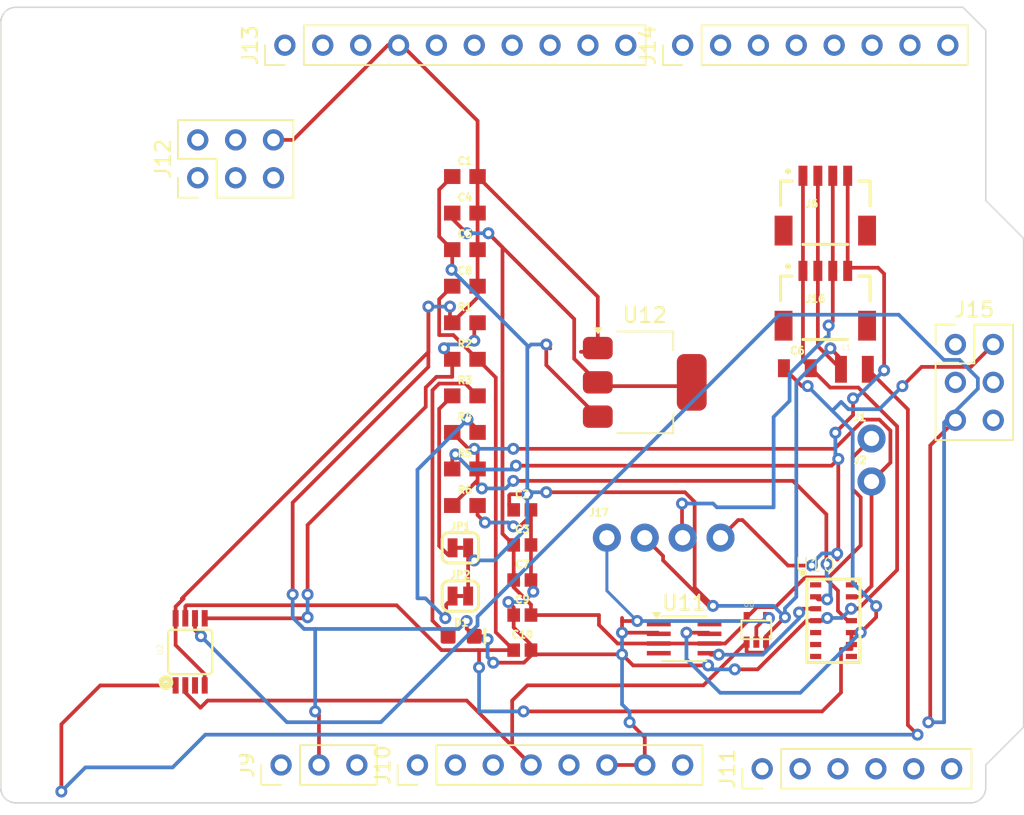
<source format=kicad_pcb>
(kicad_pcb (version 20240108) (generator "pcbnew") (generator_version "8.0")
  (title_block (title "Arduino UNO R4 Shield Template PCB") (date "2023-07-13") (rev "1.0") (company "MStackoverflow"))
  (layers (0 "F.Cu" signal) (31 "B.Cu" signal) (34 "B.Paste" user) (35 "F.Paste" user) (36 "B.SilkS" user "B.Silkscreen") (37 "F.SilkS" user "F.Silkscreen") (38 "B.Mask" user) (39 "F.Mask" user) (44 "Edge.Cuts" user))
  (net 0 "")
  (net 13 "3.3V")
  (net 14 "GND")
  (net 15 "1.8V")
  (net 16 "5V")
  (net 17 "Net-(D1-PadA)")
  (net 18 "Net-(JP1-Pad1)")
  (net 19 "Net-(JP2-Pad1)")
  (net 20 "Net-(U9-LX)")
  (net 21 "Net-(U9-FB)")
  (net 28 "LV_INT")
  (net 29 "MC_SDA")
  (net 43 "Net-(U7-RESET)")
  (net 44 "/SDA")
  (net 45 "MC_SCL")
  (footprint "SparkFun_MAX30101_Qwiic:0402" (layer "F.Cu") (at 141.6504 106.7888)
    (property "Reference" "C9")
    (property "Value" "0.1uF")
  )
  (footprint "SparkFun_MAX30101_Qwiic:0603" (layer "F.Cu") (at 137.8004 84.7388)
    (property "Reference" "C8")
    (property "Value" "10uF")
  )
  (footprint "Package_SO:SSOP-8_2.95x2.8mm_P0.65mm" (layer "F.Cu") (at 152.5 108.371)
    (property "Reference" "U11")
    (property "Value" "TXS0102DCT")
  )
  (footprint "SparkFun_MAX30101_Qwiic:0402" (layer "F.Cu") (at 141.6504 99.7364)
    (property "Reference" "C2")
    (property "Value" "0.1uF")
  )
  (footprint "SparkFun_MAX30101_Qwiic:JST04_1MM_RA" (layer "F.Cu") (at 161.965 77.336)
    (property "Reference" "J6")
    (property "Value" "PTH")
  )
  (footprint "Shield:Arduino_MountingHole" (layer "F.Cu") (at 120.65 68.58)
    (property "Reference" "H1" (hide yes))
    (property "Value" "MountingHole_Arduino" (hide yes))
  )
  (footprint "Shield:Arduino_PinSocket_1x08_P2.54mm_Vertical" (layer "F.Cu") (at 134.62 116.84 90)
    (property "Reference" "J10")
    (property "Value" "Analog1")
  )
  (footprint "SparkFun_MAX30101_Qwiic:0603" (layer "F.Cu") (at 137.8004 92.0912)
    (property "Reference" "R3")
    (property "Value" "1k")
  )
  (footprint "Shield:Arduino_MountingHole" (layer "F.Cu") (at 121.158 116.84)
    (property "Reference" "H4" (hide yes))
    (property "Value" "MountingHole_Arduino" (hide yes))
  )
  (footprint "SparkFun_MAX30101_Qwiic:MSOP8" (layer "F.Cu") (at 119.38 109.256)
    (property "Reference" "U2")
    (property "Value" "PAM2306AYPAA")
  )
  (footprint "SparkFun_MAX30101_Qwiic:0603" (layer "F.Cu") (at 137.8004 79.8372)
    (property "Reference" "C4")
    (property "Value" "10uF")
  )
  (footprint "Shield:Arduino_PinSocket_1x08_P2.54mm_Vertical" (layer "F.Cu") (at 152.4 68.58 90)
    (property "Reference" "J14")
    (property "Value" "Digital2")
  )
  (footprint "Shield:Arduino_MountingHole" (layer "F.Cu") (at 172.466 83.312)
    (property "Reference" "H2" (hide yes))
    (property "Value" "MountingHole_Arduino" (hide yes))
  )
  (footprint "SparkFun_MAX30101_Qwiic:0603" (layer "F.Cu") (at 137.8004 77.3864)
    (property "Reference" "C1")
    (property "Value" "10uF")
  )
  (footprint "SparkFun_MAX30101_Qwiic:0603" (layer "F.Cu") (at 137.8004 99.4436)
    (property "Reference" "R6")
    (property "Value" "1.8k")
  )
  (footprint "Shield:Arduino_PinSocket_1x03_P2.54mm_Vertical" (layer "F.Cu") (at 125.476 116.84 90)
    (property "Reference" "J9")
    (property "Value" "OFF")
  )
  (footprint "SparkFun_MAX30101_Qwiic:0806" (layer "F.Cu") (at 163.915 90.311)
    (property "Reference" "L1")
    (property "Value" "2.2μH")
  )
  (footprint "Shield:Arduino_PinSocket_1x06_P2.54mm_Vertical" (layer "F.Cu") (at 157.734 117.094 90)
    (property "Reference" "J11")
    (property "Value" "Analog2")
  )
  (footprint "SparkFun_MAX30101_Qwiic:1X01_NO_SILK" (layer "F.Cu") (at 165.0648 97.8304)
    (property "Reference" "J2")
    (property "Value" "CONN_01PTH")
  )
  (footprint "SparkFun_MAX30101_Qwiic:SMT-JUMPER_2_NC_TRACE_SILK" (layer "F.Cu") (at 137.4958 105.5138)
    (property "Reference" "JP2")
    (property "Value" "INT")
  )
  (footprint "SparkFun_MAX30101_Qwiic:0402" (layer "F.Cu") (at 141.6504 102.0872)
    (property "Reference" "C3")
    (property "Value" "0.1uF")
  )
  (footprint "SparkFun_MAX30101_Qwiic:LED-0603" (layer "F.Cu") (at 137.552 108.20885)
    (property "Reference" "D1")
    (property "Value" "RED")
  )
  (footprint "SparkFun_MAX30101_Qwiic:SC70" (layer "F.Cu") (at 157.3385 107.781)
    (property "Reference" "U8")
    (property "Value" "1.8V/100mA")
  )
  (footprint "SparkFun_MAX30101_Qwiic:0603" (layer "F.Cu") (at 137.8004 87.1896)
    (property "Reference" "R1")
    (property "Value" "100k")
  )
  (footprint "SparkFun_MAX30101_Qwiic:0402" (layer "F.Cu") (at 141.6504 104.438)
    (property "Reference" "C7")
    (property "Value" "0.1uF")
  )
  (footprint "SparkFun_MAX30101_Qwiic:1X04_NO_SILK" (layer "F.Cu") (at 147.32 101.6)
    (property "Reference" "J17")
    (property "Value" "PTH")
  )
  (footprint "SparkFun_MAX30101_Qwiic:SMT-JUMPER_2_NC_TRACE_SILK" (layer "F.Cu") (at 137.4958 102.2786)
    (property "Reference" "JP1")
    (property "Value" "LED")
  )
  (footprint "SparkFun_MAX30101_Qwiic:14_PIN_OESIP" (layer "F.Cu") (at 162.50954 107.172809)
    (property "Reference" "U10")
    (property "Value" "MAX30102")
  )
  (footprint "SparkFun_MAX30101_Qwiic:0603" (layer "F.Cu") (at 137.8004 82.288)
    (property "Reference" "C5")
    (property "Value" "10uF")
  )
  (footprint "SparkFun_MAX30101_Qwiic:JST04_1MM_RA" (layer "F.Cu") (at 161.965 83.7126)
    (property "Reference" "J16")
    (property "Value" "QWIIC_RA")
  )
  (footprint "Shield:Arduino_PinSocket_2x03_P2.54mm_Vertical" (layer "F.Cu") (at 119.888 77.47 90)
    (property "Reference" "J12")
    (property "Value" "ESP32")
  )
  (footprint "SparkFun_MAX30101_Qwiic:0603" (layer "F.Cu") (at 137.8004 96.9928)
    (property "Reference" "R5")
    (property "Value" "3.2k")
  )
  (footprint "SparkFun_MAX30101_Qwiic:0805" (layer "F.Cu") (at 160.0904 90.2364)
    (property "Reference" "C6")
    (property "Value" "22uF")
  )
  (footprint "SparkFun_MAX30101_Qwiic:0603" (layer "F.Cu") (at 137.8004 94.542)
    (property "Reference" "R4")
    (property "Value" "4.7k")
  )
  (footprint "Shield:Arduino_MountingHole" (layer "F.Cu") (at 172.72 112.522)
    (property "Reference" "H3" (hide yes))
    (property "Value" "MountingHole_Arduino" (hide yes))
  )
  (footprint "Package_TO_SOT_SMD:SOT-223-3_TabPin2" (layer "F.Cu") (at 149.86 91.186)
    (property "Reference" "U12")
    (property "Value" "LD1117S18TR_SOT223")
  )
  (footprint "SparkFun_MAX30101_Qwiic:1X01_NO_SILK" (layer "F.Cu") (at 165.0648 94.9508)
    (property "Reference" "J1")
    (property "Value" "CONN_01PTH")
  )
  (footprint "Shield:Arduino_PinSocket_2x03_P2.54mm_Vertical" (layer "F.Cu") (at 170.688 88.646)
    (property "Reference" "J15")
    (property "Value" "ICSP")
  )
  (footprint "SparkFun_MAX30101_Qwiic:0402" (layer "F.Cu") (at 141.6504 109.1396)
    (property "Reference" "C10")
    (property "Value" "0.1uF")
  )
  (footprint "SparkFun_MAX30101_Qwiic:0603" (layer "F.Cu") (at 137.8004 89.6404)
    (property "Reference" "R2")
    (property "Value" "750K")
  )
  (footprint "Shield:Arduino_PinSocket_1x10_P2.54mm_Vertical" (layer "F.Cu") (at 125.73 68.58 90)
    (property "Reference" "J13")
    (property "Value" "Digital1")
  )
  (gr_line (start 171.196 66.04) (end 172.72 67.564) (stroke (width 0.1)) (layer "Edge.Cuts"))
  (gr_arc (start 107.696 119.38) (mid 106.97758 119.08242) (end 106.68 118.364) (stroke (width 0.1)) (layer "Edge.Cuts"))
  (gr_line (start 172.72 78.994) (end 175.26 81.534) (stroke (width 0.1)) (layer "Edge.Cuts"))
  (gr_arc (start 172.72 118.364) (mid 172.42242 119.08242) (end 171.704 119.38) (stroke (width 0.1)) (layer "Edge.Cuts"))
  (gr_line (start 175.26 81.534) (end 175.26 114.3) (stroke (width 0.1)) (layer "Edge.Cuts"))
  (gr_line (start 171.704 119.38) (end 107.696 119.38) (stroke (width 0.1)) (layer "Edge.Cuts"))
  (gr_line (start 175.26 114.3) (end 172.72 116.84) (stroke (width 0.1)) (layer "Edge.Cuts"))
  (gr_line (start 172.72 67.564) (end 172.72 78.994) (stroke (width 0.1)) (layer "Edge.Cuts"))
  (gr_arc (start 106.68 67.056) (mid 106.97758 66.33758) (end 107.696 66.04) (stroke (width 0.1)) (layer "Edge.Cuts"))
  (gr_line (start 172.72 116.84) (end 172.72 118.364) (stroke (width 0.1)) (layer "Edge.Cuts"))
  (gr_line (start 107.696 66.04) (end 171.196 66.04) (stroke (width 0.1)) (layer "Edge.Cuts"))
  (gr_line (start 106.68 118.364) (end 106.68 67.056) (stroke (width 0.1)) (layer "Edge.Cuts"))
  (segment (start 140.97 112.522) (end 141.992 111.5) (width 0.25) (layer "F.Cu") (net 13))
  (segment (start 120.071 113) (end 120.549 112.522) (width 0.25) (layer "F.Cu") (net 13))
  (segment (start 141.984029 98.686398) (end 140.835602 98.686398) (width 0.25) (layer "F.Cu") (net 13))
  (segment (start 153.2048 99.2048) (end 153.2048 104.9448) (width 0.25) (layer "F.Cu") (net 13))
  (segment (start 136.0754 78.2614) (end 136.0754 81.413) (width 0.25) (layer "F.Cu") (net 13))
  (segment (start 157.9135 109.306) (end 157.9885 109.231) (width 0.25) (layer "F.Cu") (net 13))
  (segment (start 138.0165 102.7105) (end 138.43 103.124) (width 0.25) (layer "F.Cu") (net 13))
  (segment (start 138.0165 102.2786) (end 138.0165 102.7105) (width 0.25) (layer "F.Cu") (net 13))
  (segment (start 154.138 106.172) (end 154.432 106.172) (width 0.25) (layer "F.Cu") (net 13))
  (segment (start 163.015 90.311) (end 163.015 89.609) (width 0.25) (layer "F.Cu") (net 13))
  (segment (start 153.2048 104.9448) (end 154.432 106.172) (width 0.25) (layer "F.Cu") (net 13))
  (segment (start 140.7704 98.7516) (end 140.7704 99.4364) (width 0.25) (layer "F.Cu") (net 13))
  (segment (start 156.7635 109.306) (end 157.9135 109.306) (width 0.25) (layer "F.Cu") (net 13))
  (segment (start 161.465 88.761) (end 161.465 83.7126) (width 0.25) (layer "F.Cu") (net 13))
  (segment (start 140.835602 98.686398) (end 140.7704 98.7516) (width 0.25) (layer "F.Cu") (net 13))
  (segment (start 140.97 115.57) (end 140.97 112.522) (width 0.25) (layer "F.Cu") (net 13))
  (segment (start 151.0872 103.1212) (end 154.138 106.172) (width 0.25) (layer "F.Cu") (net 13))
  (segment (start 140.7704 99.4364) (end 141.0704 99.7364) (width 0.25) (layer "F.Cu") (net 13))
  (segment (start 156.6885 108.606) (end 156.6885 109.231) (width 0.25) (layer "F.Cu") (net 13))
  (segment (start 157.9885 108.2035) (end 159.258 106.934) (width 0.25) (layer "F.Cu") (net 13))
  (segment (start 143.256 98.552) (end 152.552 98.552) (width 0.25) (layer "F.Cu") (net 13))
  (segment (start 120.549 112.522) (end 137.922 112.522) (width 0.25) (layer "F.Cu") (net 13))
  (segment (start 157.9885 108.606) (end 157.9885 108.2035) (width 0.25) (layer "F.Cu") (net 13))
  (segment (start 153.7945 111.5) (end 156.6885 108.606) (width 0.25) (layer "F.Cu") (net 13))
  (segment (start 151.0872 102.8272) (end 149.86 101.6) (width 0.25) (layer "F.Cu") (net 13))
  (segment (start 136.9504 77.3864) (end 136.0754 78.2614) (width 0.25) (layer "F.Cu") (net 13))
  (segment (start 161.465 83.7126) (end 161.465 77.336) (width 0.25) (layer "F.Cu") (net 13))
  (segment (start 163.015 89.609) (end 162.306 88.9) (width 0.25) (layer "F.Cu") (net 13))
  (segment (start 143.524 88.914) (end 143.256 88.646) (width 0.25) (layer "F.Cu") (net 13))
  (segment (start 163.015 90.311) (end 161.465 88.761) (width 0.25) (layer "F.Cu") (net 13))
  (segment (start 136.9504 83.594398) (end 136.906 83.638798) (width 0.25) (layer "F.Cu") (net 13))
  (segment (start 146.71 93.486) (end 143.256 90.032) (width 0.25) (layer "F.Cu") (net 13))
  (segment (start 151.0872 103.1212) (end 151.0872 102.8272) (width 0.25) (layer "F.Cu") (net 13))
  (segment (start 137.922 112.522) (end 142.24 116.84) (width 0.25) (layer "F.Cu") (net 13))
  (segment (start 136.9504 82.288) (end 136.9504 83.594398) (width 0.25) (layer "F.Cu") (net 13))
  (segment (start 142.24 116.84) (end 140.97 115.57) (width 0.25) (layer "F.Cu") (net 13))
  (segment (start 156.6885 109.231) (end 156.7635 109.306) (width 0.25) (layer "F.Cu") (net 13))
  (segment (start 143.256 90.032) (end 143.256 88.646) (width 0.25) (layer "F.Cu") (net 13))
  (segment (start 157.9885 109.231) (end 157.9885 108.606) (width 0.25) (layer "F.Cu") (net 13))
  (segment (start 152.552 98.552) (end 153.2048 99.2048) (width 0.25) (layer "F.Cu") (net 13))
  (segment (start 138.0165 102.2786) (end 138.0165 105.5138) (width 0.25) (layer "F.Cu") (net 13))
  (segment (start 141.992 111.5) (end 153.7945 111.5) (width 0.25) (layer "F.Cu") (net 13))
  (segment (start 136.0754 81.413) (end 136.9504 82.288) (width 0.25) (layer "F.Cu") (net 13))
  (segment (start 119.055 111.984) (end 120.071 113) (width 0.25) (layer "F.Cu") (net 13))
  (via (at 136.906 83.638798) (size 0.8) (drill 0.4) (layers "F.Cu" "B.Cu") (net 13))
  (via (at 143.256 98.552) (size 0.8) (drill 0.4) (layers "F.Cu" "B.Cu") (net 13))
  (via (at 162.306 88.9) (size 0.8) (drill 0.4) (layers "F.Cu" "B.Cu") (net 13))
  (via (at 159.258 106.934) (size 0.8) (drill 0.4) (layers "F.Cu" "B.Cu") (net 13))
  (via (at 141.984029 98.686398) (size 0.8) (drill 0.4) (layers "F.Cu" "B.Cu") (net 13))
  (via (at 154.432 106.172) (size 0.8) (drill 0.4) (layers "F.Cu" "B.Cu") (net 13))
  (via (at 138.43 103.124) (size 0.8) (drill 0.4) (layers "F.Cu" "B.Cu") (net 13))
  (via (at 143.256 88.646) (size 0.8) (drill 0.4) (layers "F.Cu" "B.Cu") (net 13))
  (segment (start 142.118427 98.552) (end 141.984029 98.686398) (width 0.25) (layer "B.Cu") (net 13))
  (segment (start 143.256 88.646) (end 142.238029 88.646) (width 0.25) (layer "B.Cu") (net 13))
  (segment (start 159.258 106.33339) (end 159.258 106.934) (width 0.25) (layer "B.Cu") (net 13))
  (segment (start 136.906 83.638798) (end 141.984029 88.716827) (width 0.25) (layer "B.Cu") (net 13))
  (segment (start 143.256 98.552) (end 142.118427 98.552) (width 0.25) (layer "B.Cu") (net 13))
  (segment (start 141.984029 88.716827) (end 141.984029 88.9) (width 0.25) (layer "B.Cu") (net 13))
  (segment (start 160.02 105.57139) (end 159.258 106.33339) (width 0.25) (layer "B.Cu") (net 13))
  (segment (start 141.984029 100.924676) (end 141.984029 98.686398) (width 0.25) (layer "B.Cu") (net 13))
  (segment (start 162.306 88.9) (end 162.293097 88.9) (width 0.25) (layer "B.Cu") (net 13))
  (segment (start 141.984029 88.9) (end 141.984029 98.686398) (width 0.25) (layer "B.Cu") (net 13))
  (segment (start 139.784705 103.124) (end 141.984029 100.924676) (width 0.25) (layer "B.Cu") (net 13))
  (segment (start 158.496 106.172) (end 154.432 106.172) (width 0.25) (layer "B.Cu") (net 13))
  (segment (start 160.02 91.173097) (end 160.02 105.57139) (width 0.25) (layer "B.Cu") (net 13))
  (segment (start 142.238029 88.646) (end 141.984029 88.9) (width 0.25) (layer "B.Cu") (net 13))
  (segment (start 138.43 103.124) (end 139.784705 103.124) (width 0.25) (layer "B.Cu") (net 13))
  (segment (start 162.293097 88.9) (end 160.02 91.173097) (width 0.25) (layer "B.Cu") (net 13))
  (segment (start 159.258 106.934) (end 158.496 106.172) (width 0.25) (layer "B.Cu") (net 13))
  (segment (start 146.608 89.14) (end 145.578 89.14) (width 0.25) (layer "F.Cu") (net 14))
  (segment (start 146.71 88.886) (end 146.71 85.446) (width 0.25) (layer "F.Cu") (net 14))
  (segment (start 157.429097 110.426903) (end 155.892903 110.426903) (width 0.25) (layer "F.Cu") (net 14))
  (segment (start 118.405 107.006) (end 118.405 106.219604) (width 0.25) (layer "F.Cu") (net 14))
  (segment (start 160.465 89.711) (end 160.465 83.7126) (width 0.25) (layer "F.Cu") (net 14))
  (segment (start 154.105597 110.163597) (end 149.078597 110.163597) (width 0.25) (layer "F.Cu") (net 14))
  (segment (start 150.725 107.971) (end 150.8 108.046) (width 0.25) (layer "F.Cu") (net 14))
  (segment (start 142.2304 109.5046) (end 142.2304 109.1396) (width 0.25) (layer "F.Cu") (net 14))
  (segment (start 138.6504 73.6504) (end 138.6504 77.3864) (width 0.25) (layer "F.Cu") (net 14))
  (segment (start 138.6504 77.3864) (end 138.6504 79.8372) (width 0.25) (layer "F.Cu") (net 14))
  (segment (start 160.692 107.164) (end 157.429097 110.426903) (width 0.25) (layer "F.Cu") (net 14))
  (segment (start 141.0704 106.7888) (end 141.0704 107.6146) (width 0.25) (layer "F.Cu") (net 14))
  (segment (start 141.0454 100.838) (end 141.4938 100.838) (width 0.25) (layer "F.Cu") (net 14))
  (segment (start 118.405 106.219604) (end 118.943604 105.681) (width 0.25) (layer "F.Cu") (net 14))
  (segment (start 161.914561 107.164) (end 162.095523 106.983038) (width 0.25) (layer "F.Cu") (net 14))
  (segment (start 118.405 108.806) (end 120.355 110.756) (width 0.25) (layer "F.Cu") (net 14))
  (segment (start 149.86 116.84) (end 147.32 116.84) (width 0.25) (layer "F.Cu") (net 14))
  (segment (start 149.078597 110.163597) (end 148.336 109.421) (width 0.25) (layer "F.Cu") (net 14))
  (segment (start 141.0704 107.6146) (end 142.2304 108.7746) (width 0.25) (layer "F.Cu") (net 14))
  (segment (start 137.922 107.70185) (end 138.429 108.20885) (width 0.25) (layer "F.Cu") (net 14))
  (segment (start 161.317 107.164) (end 160.692 107.164) (width 0.25) (layer "F.Cu") (net 14))
  (segment (start 166.7796 94.1356) (end 164.18 91.536) (width 0.25) (layer "F.Cu") (net 14))
  (segment (start 142.2304 102.0872) (end 142.2304 104.438) (width 0.25) (layer "F.Cu") (net 14))
  (segment (start 138.6504 85.4896) (end 136.9504 87.1896) (width 0.25) (layer "F.Cu") (net 14))
  (segment (start 138.6504 100.089) (end 139.1454 100.584) (width 0.25) (layer "F.Cu") (net 14))
  (segment (start 135.3504 86.106) (end 135.3504 90.1496) (width 0.25) (layer "F.Cu") (net 14))
  (segment (start 124.968 74.93) (end 126.285 74.93) (width 0.25) (layer "F.Cu") (net 14))
  (segment (start 135.3504 90.1496) (end 126.253997 99.246003) (width 0.25) (layer "F.Cu") (net 14))
  (segment (start 166.7796 103.762795) (end 166.7796 94.1356) (width 0.25) (layer "F.Cu") (net 14))
  (segment (start 148.336 107.971) (end 148.336 107.188) (width 0.25) (layer "F.Cu") (net 14))
  (segment (start 142.2304 108.7746) (end 142.2304 109.1396) (width 0.25) (layer "F.Cu") (net 14))
  (segment (start 157.9885 106.956) (end 157.3385 107.606) (width 0.25) (layer "F.Cu") (net 14))
  (segment (start 136.8004 87.0396) (end 136.9504 87.1896) (width 0.25) (layer "F.Cu") (net 14))
  (segment (start 136.8004 86.106) (end 136.8004 87.0396) (width 0.25) (layer "F.Cu") (net 14))
  (segment (start 139.7 109.982) (end 141.753 109.982) (width 0.25) (layer "F.Cu") (net 14))
  (segment (start 128.016 113.501) (end 127.762 113.247) (width 0.25) (layer "F.Cu") (net 14))
  (segment (start 161.317 107.164) (end 161.914561 107.164) (width 0.25) (layer "F.Cu") (net 14))
  (segment (start 162.29 91.536) (end 160.9904 90.2364) (width 0.25) (layer "F.Cu") (net 14))
  (segment (start 138.429 108.20885) (end 139.116927 108.20885) (width 0.25) (layer "F.Cu") (net 14))
  (segment (start 142.2304 109.1396) (end 142.5118 109.421) (width 0.25) (layer "F.Cu") (net 14))
  (segment (start 163.691999 106.364) (end 164.178395 106.364) (width 0.25) (layer "F.Cu") (net 14))
  (segment (start 137.922 107.188) (end 137.922 107.70185) (width 0.25) (layer "F.Cu") (net 14))
  (segment (start 128.016 116.84) (end 128.016 113.501) (width 0.25) (layer "F.Cu") (net 14))
  (segment (start 118.405 107.006) (end 118.405 108.806) (width 0.25) (layer "F.Cu") (net 14))
  (segment (start 142.2304 105.063494) (end 142.385715 105.218809) (width 0.25) (layer "F.Cu") (net 14))
  (segment (start 138.6504 79.8372) (end 138.6504 82.288) (width 0.25) (layer "F.Cu") (net 14))
  (segment (start 142.2304 100.1014) (end 142.2304 99.7364) (width 0.25) (layer "F.Cu") (net 14))
  (segment (start 164.178395 106.364) (end 166.7796 103.762795) (width 0.25) (layer "F.Cu") (net 14))
  (segment (start 148.336 107.188) (end 148.336 106.9796) (width 0.25) (layer "F.Cu") (net 14))
  (segment (start 142.2304 102.0872) (end 142.2304 99.7364) (width 0.25) (layer "F.Cu") (net 14))
  (segment (start 133.58 68.58) (end 138.6504 73.6504) (width 0.25) (layer "F.Cu") (net 14))
  (segment (start 139.116927 108.20885) (end 139.322678 108.414601) (width 0.25) (layer "F.Cu") (net 14))
  (segment (start 142.5118 109.421) (end 148.336 109.421) (width 0.25) (layer "F.Cu") (net 14))
  (segment (start 138.6504 99.4436) (end 138.6504 100.089) (width 0.25) (layer "F.Cu") (net 14))
  (segment (start 126.285 74.93) (end 132.635 68.58) (width 0.25) (layer "F.Cu") (net 14))
  (segment (start 132.635 68.58) (end 133.35 68.58) (width 0.25) (layer "F.Cu") (net 14))
  (segment (start 133.35 68.58) (end 133.58 68.58) (width 0.25) (layer "F.Cu") (net 14))
  (segment (start 164.18 91.536) (end 162.29 91.536) (width 0.25) (layer "F.Cu") (net 14))
  (segment (start 149.352 107.188) (end 148.336 107.188) (width 0.25) (layer "F.Cu") (net 14))
  (segment (start 138.6504 82.288) (end 138.6504 84.7388) (width 0.25) (layer "F.Cu") (net 14))
  (segment (start 141.4938 100.838) (end 142.2304 100.1014) (width 0.25) (layer "F.Cu") (net 14))
  (segment (start 157.9885 106.956) (end 158.160697 106.956) (width 0.25) (layer "F.Cu") (net 14))
  (segment (start 135.3504 89.1496) (end 135.3504 86.106) (width 0.25) (layer "F.Cu") (net 14))
  (segment (start 148.336 107.971) (end 150.725 107.971) (width 0.25) (layer "F.Cu") (net 14))
  (segment (start 158.160697 106.956) (end 158.185696 106.980999) (width 0.25) (layer "F.Cu") (net 14))
  (segment (start 120.355 110.756) (end 120.355 111.506) (width 0.25) (layer "F.Cu") (net 14))
  (segment (start 141.753 109.982) (end 142.2304 109.5046) (width 0.25) (layer "F.Cu") (net 14))
  (segment (start 138.6504 84.7388) (end 138.6504 85.4896) (width 0.25) (layer "F.Cu") (net 14))
  (segment (start 163.691999 106.364) (end 163.716999 106.364) (width 0.25) (layer "F.Cu") (net 14))
  (segment (start 141.0704 106.7888) (end 141.0704 106.2724) (width 0.25) (layer "F.Cu") (net 14))
  (segment (start 126.253997 99.246003) (end 126.253997 105.406) (width 0.25) (layer "F.Cu") (net 14))
  (segment (start 157.3385 107.606) (end 157.3385 108.606) (width 0.25) (layer "F.Cu") (net 14))
  (segment (start 160.465 83.7126) (end 160.465 77.336) (width 0.25) (layer "F.Cu") (net 14))
  (segment (start 118.819 105.681) (end 135.3504 89.1496) (width 0.25) (layer "F.Cu") (net 14))
  (segment (start 149.86 116.84) (end 149.86 114.988) (width 0.25) (layer "F.Cu") (net 14))
  (segment (start 146.71 85.446) (end 138.6504 77.3864) (width 0.25) (layer "F.Cu") (net 14))
  (segment (start 149.86 114.988) (end 148.844 113.972) (width 0.25) (layer "F.Cu") (net 14))
  (segment (start 141.0704 106.2724) (end 140.716 105.918) (width 0.25) (layer "F.Cu") (net 14))
  (segment (start 142.2304 104.438) (end 142.2304 105.063494) (width 0.25) (layer "F.Cu") (net 14))
  (segment (start 160.9904 90.2364) (end 160.465 89.711) (width 0.25) (layer "F.Cu") (net 14))
  (via (at 127.762 113.247) (size 0.8) (drill 0.4) (layers "F.Cu" "B.Cu") (net 14))
  (via (at 126.253997 105.406) (size 0.8) (drill 0.4) (layers "F.Cu" "B.Cu") (net 14))
  (via (at 158.185696 106.980999) (size 0.8) (drill 0.4) (layers "F.Cu" "B.Cu") (net 14))
  (via (at 140.716 105.918) (size 0.8) (drill 0.4) (layers "F.Cu" "B.Cu") (net 14))
  (via (at 154.105597 110.163597) (size 0.8) (drill 0.4) (layers "F.Cu" "B.Cu") (net 14))
  (via (at 148.844 113.972) (size 0.8) (drill 0.4) (layers "F.Cu" "B.Cu") (net 14))
  (via (at 139.322678 108.414601) (size 0.8) (drill 0.4) (layers "F.Cu" "B.Cu") (net 14))
  (via (at 136.8004 86.106) (size 0.8) (drill 0.4) (layers "F.Cu" "B.Cu") (net 14))
  (via (at 141.0454 100.838) (size 0.8) (drill 0.4) (layers "F.Cu" "B.Cu") (net 14))
  (via (at 139.7 109.982) (size 0.8) (drill 0.4) (layers "F.Cu" "B.Cu") (net 14))
  (via (at 135.3504 86.106) (size 0.8) (drill 0.4) (layers "F.Cu" "B.Cu") (net 14))
  (via (at 148.336 109.421) (size 0.8) (drill 0.4) (layers "F.Cu" "B.Cu") (net 14))
  (via (at 142.385715 105.218809) (size 0.8) (drill 0.4) (layers "F.Cu" "B.Cu") (net 14))
  (via (at 163.691999 106.364) (size 0.8) (drill 0.4) (layers "F.Cu" "B.Cu") (net 14))
  (via (at 162.095523 106.983038) (size 0.8) (drill 0.4) (layers "F.Cu" "B.Cu") (net 14))
  (via (at 155.892903 110.426903) (size 0.8) (drill 0.4) (layers "F.Cu" "B.Cu") (net 14))
  (via (at 139.1454 100.584) (size 0.8) (drill 0.4) (layers "F.Cu" "B.Cu") (net 14))
  (via (at 149.352 107.188) (size 0.8) (drill 0.4) (layers "F.Cu" "B.Cu") (net 14))
  (via (at 137.922 107.188) (size 0.8) (drill 0.4) (layers "F.Cu" "B.Cu") (net 14))
  (via (at 148.336 107.971) (size 0.8) (drill 0.4) (layers "F.Cu" "B.Cu") (net 14))
  (segment (start 148.844 113.284) (end 148.336 112.776) (width 0.25) (layer "B.Cu") (net 14))
  (segment (start 158.185696 106.980999) (end 157.978695 107.188) (width 0.25) (layer "B.Cu") (net 14))
  (segment (start 163.072961 106.983038) (end 163.691999 106.364) (width 0.25) (layer "B.Cu") (net 14))
  (segment (start 154.368903 110.426903) (end 154.105597 110.163597) (width 0.25) (layer "B.Cu") (net 14))
  (segment (start 157.978695 107.188) (end 149.352 107.188) (width 0.25) (layer "B.Cu") (net 14))
  (segment (start 142.385715 105.264285) (end 142.385715 105.218809) (width 0.25) (layer "B.Cu") (net 14))
  (segment (start 140.716 105.918) (end 141.732 105.918) (width 0.25) (layer "B.Cu") (net 14))
  (segment (start 135.3504 86.106) (end 136.8004 86.106) (width 0.25) (layer "B.Cu") (net 14))
  (segment (start 127.762 107.720214) (end 137.389786 107.720214) (width 0.25) (layer "B.Cu") (net 14))
  (segment (start 148.336 112.776) (end 148.336 109.421) (width 0.25) (layer "B.Cu") (net 14))
  (segment (start 148.844 113.972) (end 148.844 113.284) (width 0.25) (layer "B.Cu") (net 14))
  (segment (start 162.095523 106.983038) (end 163.072961 106.983038) (width 0.25) (layer "B.Cu") (net 14))
  (segment (start 139.322678 109.604678) (end 139.7 109.982) (width 0.25) (layer "B.Cu") (net 14))
  (segment (start 140.97 100.838) (end 141.0454 100.838) (width 0.25) (layer "B.Cu") (net 14))
  (segment (start 127.014909 107.720214) (end 127.762 107.720214) (width 0.25) (layer "B.Cu") (net 14))
  (segment (start 148.336 109.421) (end 148.336 107.971) (width 0.25) (layer "B.Cu") (net 14))
  (segment (start 147.32 101.6) (end 147.32 105.156) (width 0.2) (layer "B.Cu") (net 14))
  (segment (start 126.253997 105.406) (end 126.253997 106.959302) (width 0.25) (layer "B.Cu") (net 14))
  (segment (start 127.762 113.247) (end 127.762 107.720214) (width 0.25) (layer "B.Cu") (net 14))
  (segment (start 139.1454 100.584) (end 140.716 100.584) (width 0.25) (layer "B.Cu") (net 14))
  (segment (start 137.389786 107.720214) (end 137.922 107.188) (width 0.25) (layer "B.Cu") (net 14))
  (segment (start 140.716 100.584) (end 140.97 100.838) (width 0.25) (layer "B.Cu") (net 14))
  (segment (start 126.253997 106.959302) (end 127.014909 107.720214) (width 0.25) (layer "B.Cu") (net 14))
  (segment (start 141.732 105.918) (end 142.385715 105.264285) (width 0.25) (layer "B.Cu") (net 14))
  (segment (start 139.322678 108.414601) (end 139.322678 109.604678) (width 0.25) (layer "B.Cu") (net 14))
  (segment (start 147.32 105.156) (end 149.352 107.188) (width 0.2) (layer "B.Cu") (net 14))
  (segment (start 155.892903 110.426903) (end 154.368903 110.426903) (width 0.25) (layer "B.Cu") (net 14))
  (segment (start 146.7888 107.449105) (end 148.035695 108.696) (width 0.25) (layer "F.Cu") (net 15))
  (segment (start 164.338 102.117305) (end 164.338 98.892298) (width 0.25) (layer "F.Cu") (net 15))
  (segment (start 164.338 98.892298) (end 163.8 98.354298) (width 0.25) (layer "F.Cu") (net 15))
  (segment (start 163.8 96.2156) (end 165.0648 94.9508) (width 0.25) (layer "F.Cu") (net 15))
  (segment (start 162.191305 104.264) (end 164.338 102.117305) (width 0.25) (layer "F.Cu") (net 15))
  (segment (start 154.2 108.696) (end 155.25 108.696) (width 0.25) (layer "F.Cu") (net 15))
  (segment (start 160.617 104.264) (end 161.922 104.264) (width 0.25) (layer "F.Cu") (net 15))
  (segment (start 141.0704 104.9288) (end 142.2304 106.0888) (width 0.25) (layer "F.Cu") (net 15))
  (segment (start 136.9504 79.8372) (end 136.9504 80.212998) (width 0.25) (layer "F.Cu") (net 15))
  (segment (start 156.6885 106.956) (end 157.3885 106.256) (width 0.25) (layer "F.Cu") (net 15))
  (segment (start 141.0704 102.0872) (end 141.0704 104.438) (width 0.25) (layer "F.Cu") (net 15))
  (segment (start 145.128 89.604) (end 146.71 91.186) (width 0.25) (layer "F.Cu") (net 15))
  (segment (start 148.035695 108.696) (end 150.8 108.696) (width 0.25) (layer "F.Cu") (net 15))
  (segment (start 162.814 106.511306) (end 162.814 105.156) (width 0.25) (layer "F.Cu") (net 15))
  (segment (start 145.128 86.940598) (end 139.3754 81.187998) (width 0.25) (layer "F.Cu") (net 15))
  (segment (start 163.716999 107.164) (end 163.466694 107.164) (width 0.25) (layer "F.Cu") (net 15))
  (segment (start 136.9504 80.212998) (end 137.9254 81.187998) (width 0.25) (layer "F.Cu") (net 15))
  (segment (start 161.922 104.264) (end 162.191305 104.264) (width 0.25) (layer "F.Cu") (net 15))
  (segment (start 156.6885 107.2575) (end 156.6885 106.956) (width 0.25) (layer "F.Cu") (net 15))
  (segment (start 140.3204 82.132998) (end 140.3204 86.614) (width 0.25) (layer "F.Cu") (net 15))
  (segment (start 163.8 98.354298) (end 163.8 96.2156) (width 0.25) (layer "F.Cu") (net 15))
  (segment (start 141.0704 104.438) (end 141.0704 104.9288) (width 0.25) (layer "F.Cu") (net 15))
  (segment (start 162.814 105.156) (end 161.922 104.264) (width 0.25) (layer "F.Cu") (net 15))
  (segment (start 158.625 106.256) (end 160.617 104.264) (width 0.25) (layer "F.Cu") (net 15))
  (segment (start 140.3204 101.3372) (end 141.0704 102.0872) (width 0.25) (layer "F.Cu") (net 15))
  (segment (start 158.625 106.256) (end 157.3885 106.256) (width 0.25) (layer "F.Cu") (net 15))
  (segment (start 150.8 108.696) (end 154.2 108.696) (width 0.25) (layer "F.Cu") (net 15))
  (segment (start 140.3204 86.614) (end 140.3204 101.3372) (width 0.25) (layer "F.Cu") (net 15))
  (segment (start 146.7888 106.7888) (end 146.7888 107.449105) (width 0.25) (layer "F.Cu") (net 15))
  (segment (start 142.2304 106.7888) (end 146.7888 106.7888) (width 0.25) (layer "F.Cu") (net 15))
  (segment (start 139.3754 81.187998) (end 140.3204 82.132998) (width 0.25) (layer "F.Cu") (net 15))
  (segment (start 155.25 108.696) (end 156.6885 107.2575) (width 0.25) (layer "F.Cu") (net 15))
  (segment (start 142.2304 106.0888) (end 142.2304 106.7888) (width 0.25) (layer "F.Cu") (net 15))
  (segment (start 146.608 91.44) (end 152.908 91.44) (width 0.25) (layer "F.Cu") (net 15))
  (segment (start 145.128 89.604) (end 145.128 86.940598) (width 0.25) (layer "F.Cu") (net 15))
  (segment (start 163.466694 107.164) (end 162.814 106.511306) (width 0.25) (layer "F.Cu") (net 15))
  (via (at 139.3754 81.187998) (size 0.8) (drill 0.4) (layers "F.Cu" "B.Cu") (net 15))
  (via (at 137.9254 81.187998) (size 0.8) (drill 0.4) (layers "F.Cu" "B.Cu") (net 15))
  (segment (start 139.192 81.28) (end 139.283398 81.28) (width 0.25) (layer "B.Cu") (net 15))
  (segment (start 137.9254 81.187998) (end 139.099998 81.187998) (width 0.25) (layer "B.Cu") (net 15))
  (segment (start 139.099998 81.187998) (end 139.192 81.28) (width 0.25) (layer "B.Cu") (net 15))
  (segment (start 139.283398 81.28) (end 139.3754 81.187998) (width 0.25) (layer "B.Cu") (net 15))
  (segment (start 119.13 106.131) (end 133.221242 106.131) (width 0.25) (layer "F.Cu") (net 16))
  (segment (start 163.716999 107.963999) (end 163.716999 109.063999) (width 0.25) (layer "F.Cu") (net 16))
  (segment (start 152.654 107.971) (end 154.125 107.971) (width 0.25) (layer "F.Cu") (net 16))
  (segment (start 163.016999 111.983001) (end 161.753 113.247) (width 0.25) (layer "F.Cu") (net 16))
  (segment (start 173.228 88.646) (end 171.724 90.15) (width 0.25) (layer "F.Cu") (net 16))
  (segment (start 138.684 109.1396) (end 141.0704 109.1396) (width 0.25) (layer "F.Cu") (net 16))
  (segment (start 160.782 91.436402) (end 160.390402 91.436402) (width 0.25) (layer "F.Cu") (net 16))
  (segment (start 119.055 107.006) (end 119.055 106.206) (width 0.25) (layer "F.Cu") (net 16))
  (segment (start 138.6504 89.6404) (end 139.8704 90.8604) (width 0.25) (layer "F.Cu") (net 16))
  (segment (start 165.37485 106.931148) (end 165.37485 106.192851) (width 0.25) (layer "F.Cu") (net 16))
  (segment (start 119.055 106.206) (end 119.13 106.131) (width 0.25) (layer "F.Cu") (net 16))
  (segment (start 171.724 90.15) (end 168.422 90.15) (width 0.25) (layer "F.Cu") (net 16))
  (segment (start 136.0754 85.6138) (end 136.0754 88.0146) (width 0.25) (layer "F.Cu") (net 16))
  (segment (start 168.422 90.15) (end 167.132 91.44) (width 0.25) (layer "F.Cu") (net 16))
  (segment (start 163.716999 107.963999) (end 163.716999 108.763999) (width 0.25) (layer "F.Cu") (net 16))
  (segment (start 138.751314 110.298228) (end 138.751314 109.206914) (width 0.25) (layer "F.Cu") (net 16))
  (segment (start 133.221242 106.131) (end 136.229842 109.1396) (width 0.25) (layer "F.Cu") (net 16))
  (segment (start 164.324001 107.963999) (end 164.338 107.95) (width 0.25) (layer "F.Cu") (net 16))
  (segment (start 138.751314 109.206914) (end 138.684 109.1396) (width 0.25) (layer "F.Cu") (net 16))
  (segment (start 160.390402 91.436402) (end 159.1904 90.2364) (width 0.25) (layer "F.Cu") (net 16))
  (segment (start 137.0246 88.0146) (end 138.6504 89.6404) (width 0.25) (layer "F.Cu") (net 16))
  (segment (start 163.716999 107.963999) (end 164.341999 107.963999) (width 0.25) (layer "F.Cu") (net 16))
  (segment (start 139.8704 107.9396) (end 141.0704 109.1396) (width 0.25) (layer "F.Cu") (net 16))
  (segment (start 139.8704 90.8604) (end 139.8704 107.9396) (width 0.25) (layer "F.Cu") (net 16))
  (segment (start 163.716999 107.963999) (end 164.324001 107.963999) (width 0.25) (layer "F.Cu") (net 16))
  (segment (start 154.125 107.971) (end 154.2 108.046) (width 0.25) (layer "F.Cu") (net 16))
  (segment (start 163.716999 109.063999) (end 163.016999 109.063999) (width 0.25) (layer "F.Cu") (net 16))
  (segment (start 136.9504 84.7388) (end 136.0754 85.6138) (width 0.25) (layer "F.Cu") (net 16))
  (segment (start 136.229842 109.1396) (end 138.684 109.1396) (width 0.25) (layer "F.Cu") (net 16))
  (segment (start 136.0754 88.0146) (end 137.0246 88.0146) (width 0.25) (layer "F.Cu") (net 16))
  (segment (start 164.341999 107.963999) (end 165.37485 106.931148) (width 0.25) (layer "F.Cu") (net 16))
  (segment (start 163.016999 109.063999) (end 163.016999 111.983001) (width 0.25) (layer "F.Cu") (net 16))
  (segment (start 161.753 113.247) (end 141.732 113.247) (width 0.25) (layer "F.Cu") (net 16))
  (via (at 167.132 91.44) (size 0.8) (drill 0.4) (layers "F.Cu" "B.Cu") (net 16))
  (via (at 138.751314 110.298228) (size 0.8) (drill 0.4) (layers "F.Cu" "B.Cu") (net 16))
  (via (at 165.37485 106.192851) (size 0.8) (drill 0.4) (layers "F.Cu" "B.Cu") (net 16))
  (via (at 160.782 91.436402) (size 0.8) (drill 0.4) (layers "F.Cu" "B.Cu") (net 16))
  (via (at 152.654 107.971) (size 0.8) (drill 0.4) (layers "F.Cu" "B.Cu") (net 16))
  (via (at 164.338 107.95) (size 0.8) (drill 0.4) (layers "F.Cu" "B.Cu") (net 16))
  (via (at 141.732 113.247) (size 0.8) (drill 0.4) (layers "F.Cu" "B.Cu") (net 16))
  (segment (start 160.288 112) (end 154.916695 112) (width 0.25) (layer "B.Cu") (net 16))
  (segment (start 163.8 104.618001) (end 163.8 94.454402) (width 0.25) (layer "B.Cu") (net 16))
  (segment (start 163.024 92.5) (end 162.434799 93.089201) (width 0.25) (layer "B.Cu") (net 16))
  (segment (start 154.916695 112) (end 152.654 109.737305) (width 0.25) (layer "B.Cu") (net 16))
  (segment (start 152.654 109.737305) (end 152.654 107.971) (width 0.25) (layer "B.Cu") (net 16))
  (segment (start 167.132 91.44) (end 165.586 92.986) (width 0.25) (layer "B.Cu") (net 16))
  (segment (start 162.434799 93.089201) (end 160.782 91.436402) (width 0.25) (layer "B.Cu") (net 16))
  (segment (start 141.732 113.247) (end 138.751314 113.247) (width 0.25) (layer "B.Cu") (net 16))
  (segment (start 165.37485 106.192851) (end 163.8 104.618001) (width 0.25) (layer "B.Cu") (net 16))
  (segment (start 163.51 92.986) (end 163.024 92.5) (width 0.25) (layer "B.Cu") (net 16))
  (segment (start 138.751314 113.247) (end 138.751314 110.298228) (width 0.25) (layer "B.Cu") (net 16))
  (segment (start 165.586 92.986) (end 163.51 92.986) (width 0.25) (layer "B.Cu") (net 16))
  (segment (start 164.338 107.95) (end 160.288 112) (width 0.25) (layer "B.Cu") (net 16))
  (segment (start 163.8 94.454402) (end 162.434799 93.089201) (width 0.25) (layer "B.Cu") (net 16))
  (segment (start 136.0754 91.2662) (end 135.6254 91.7162) (width 0.25) (layer "F.Cu") (net 17))
  (segment (start 135.6254 107.15925) (end 136.675 108.20885) (width 0.25) (layer "F.Cu") (net 17))
  (segment (start 135.6254 91.7162) (end 135.6254 107.15925) (width 0.25) (layer "F.Cu") (net 17))
  (segment (start 138.6504 92.0912) (end 137.8254 91.2662) (width 0.25) (layer "F.Cu") (net 17))
  (segment (start 137.8254 91.2662) (end 136.0754 91.2662) (width 0.25) (layer "F.Cu") (net 17))
  (segment (start 136.0754 92.9662) (end 136.0754 102.15602) (width 0.25) (layer "F.Cu") (net 18))
  (segment (start 136.0754 102.15602) (end 136.65633 102.73695) (width 0.25) (layer "F.Cu") (net 18))
  (segment (start 136.65633 102.73695) (end 136.9751 102.73695) (width 0.25) (layer "F.Cu") (net 18))
  (segment (start 136.9504 92.0912) (end 136.0754 92.9662) (width 0.25) (layer "F.Cu") (net 18))
  (segment (start 138.6504 94.542) (end 138.6504 94.352035) (width 0.25) (layer "F.Cu") (net 19))
  (segment (start 136.65633 105.97215) (end 136.9751 105.97215) (width 0.25) (layer "F.Cu") (net 19))
  (segment (start 136.547883 106.080597) (end 136.65633 105.97215) (width 0.25) (layer "F.Cu") (net 19))
  (segment (start 138.6504 94.352035) (end 137.98051 93.682145) (width 0.25) (layer "F.Cu") (net 19))
  (segment (start 136.486669 106.995214) (end 136.547883 106.934) (width 0.25) (layer "F.Cu") (net 19))
  (segment (start 136.547883 106.934) (end 136.547883 106.080597) (width 0.25) (layer "F.Cu") (net 19))
  (via (at 137.98051 93.682145) (size 0.8) (drill 0.4) (layers "F.Cu" "B.Cu") (net 19))
  (via (at 136.486669 106.995214) (size 0.8) (drill 0.4) (layers "F.Cu" "B.Cu") (net 19))
  (segment (start 134.62 105.664) (end 135.155455 105.664) (width 0.25) (layer "B.Cu") (net 19))
  (segment (start 135.155455 105.664) (end 136.486669 106.995214) (width 0.25) (layer "B.Cu") (net 19))
  (segment (start 134.62 97.042655) (end 134.62 105.664) (width 0.25) (layer "B.Cu") (net 19))
  (segment (start 137.98051 93.682145) (end 134.62 97.042655) (width 0.25) (layer "B.Cu") (net 19))
  (segment (start 113.349604 111.506) (end 118.405 111.506) (width 0.25) (layer "F.Cu") (net 20))
  (segment (start 110.744 118.618) (end 110.744 114.111604) (width 0.25) (layer "F.Cu") (net 20))
  (segment (start 167.5 92.996) (end 164.815 90.311) (width 0.25) (layer "F.Cu") (net 20))
  (segment (start 110.744 114.111604) (end 113.349604 111.506) (width 0.25) (layer "F.Cu") (net 20))
  (segment (start 110.826 118.536) (end 110.744 118.618) (width 0.25) (layer "F.Cu") (net 20))
  (segment (start 168.148 114.808) (end 167.5 114.16) (width 0.25) (layer "F.Cu") (net 20))
  (segment (start 167.5 114.16) (end 167.5 92.996) (width 0.25) (layer "F.Cu") (net 20))
  (via (at 168.148 114.808) (size 0.8) (drill 0.4) (layers "F.Cu" "B.Cu") (net 20))
  (via (at 110.744 118.618) (size 0.8) (drill 0.4) (layers "F.Cu" "B.Cu") (net 20))
  (segment (start 110.744 118.618) (end 112.362 117) (width 0.25) (layer "B.Cu") (net 20))
  (segment (start 120.397006 114.808) (end 168.148 114.808) (width 0.25) (layer "B.Cu") (net 20))
  (segment (start 112.362 117) (end 118.205006 117) (width 0.25) (layer "B.Cu") (net 20))
  (segment (start 118.205006 117) (end 120.397006 114.808) (width 0.25) (layer "B.Cu") (net 20))
  (segment (start 135.889004 90.8162) (end 136.9504 90.8162) (width 0.25) (layer "F.Cu") (net 21))
  (segment (start 136.9504 89.6404) (end 136.9504 89.4524) (width 0.25) (layer "F.Cu") (net 21))
  (segment (start 127.254 106.934) (end 127.182 107.006) (width 0.25) (layer "F.Cu") (net 21))
  (segment (start 127.254 100.746) (end 135.1754 92.8246) (width 0.25) (layer "F.Cu") (net 21))
  (segment (start 135.1754 91.529804) (end 135.889004 90.8162) (width 0.25) (layer "F.Cu") (net 21))
  (segment (start 138.428653 87.411347) (end 138.6504 87.1896) (width 0.25) (layer "F.Cu") (net 21))
  (segment (start 127.182 107.006) (end 120.355 107.006) (width 0.25) (layer "F.Cu") (net 21))
  (segment (start 135.1754 92.8246) (end 135.1754 91.529804) (width 0.25) (layer "F.Cu") (net 21))
  (segment (start 138.428653 88.393347) (end 138.428653 87.411347) (width 0.25) (layer "F.Cu") (net 21))
  (segment (start 136.9504 89.4524) (end 136.398 88.9) (width 0.25) (layer "F.Cu") (net 21))
  (segment (start 136.9504 90.8162) (end 136.9504 89.6404) (width 0.25) (layer "F.Cu") (net 21))
  (segment (start 127.254 105.406) (end 127.254 100.746) (width 0.25) (layer "F.Cu") (net 21))
  (via (at 138.428653 88.393347) (size 0.8) (drill 0.4) (layers "F.Cu" "B.Cu") (net 21))
  (via (at 136.398 88.9) (size 0.8) (drill 0.4) (layers "F.Cu" "B.Cu") (net 21))
  (via (at 127.254 105.406) (size 0.8) (drill 0.4) (layers "F.Cu" "B.Cu") (net 21))
  (via (at 127.254 106.934) (size 0.8) (drill 0.4) (layers "F.Cu" "B.Cu") (net 21))
  (segment (start 136.398 88.9) (end 136.652 88.646) (width 0.25) (layer "B.Cu") (net 21))
  (segment (start 138.176 88.646) (end 138.428653 88.393347) (width 0.25) (layer "B.Cu") (net 21))
  (segment (start 127.254 106.934) (end 127.254 105.406) (width 0.25) (layer "B.Cu") (net 21))
  (segment (start 136.652 88.646) (end 138.176 88.646) (width 0.25) (layer "B.Cu") (net 21))
  (segment (start 141.0454 97.79) (end 159.79 97.79) (width 0.25) (layer "F.Cu") (net 28))
  (segment (start 141.0454 95.642002) (end 162.5849 95.642002) (width 0.25) (layer "F.Cu") (net 28))
  (segment (start 138.050402 95.642002) (end 138.43 95.642002) (width 0.25) (layer "F.Cu") (net 28))
  (segment (start 138.6504 98.0104) (end 138.938 98.298) (width 0.25) (layer "F.Cu") (net 28))
  (segment (start 162.089 105.739121) (end 161.492121 105.739121) (width 0.25) (layer "F.Cu") (net 28))
  (segment (start 138.6504 95.862402) (end 138.43 95.642002) (width 0.25) (layer "F.Cu") (net 28))
  (segment (start 165.0648 104.841199) (end 165.0648 97.8304) (width 0.25) (layer "F.Cu") (net 28))
  (segment (start 161.317 106.364) (end 160.460458 106.364) (width 0.25) (layer "F.Cu") (net 28))
  (segment (start 162.034108 100.034108) (end 162.034108 103.360108) (width 0.25) (layer "F.Cu") (net 28))
  (segment (start 164.540902 93.686) (end 165.588698 93.686) (width 0.25) (layer "F.Cu") (net 28))
  (segment (start 160.460458 106.364) (end 160.206686 106.617772) (width 0.25) (layer "F.Cu") (net 28))
  (segment (start 138.6504 97.7436) (end 138.6504 98.0104) (width 0.25) (layer "F.Cu") (net 28))
  (segment (start 138.6504 96.9928) (end 138.6504 97.7436) (width 0.25) (layer "F.Cu") (net 28))
  (segment (start 164.341999 105.564) (end 165.0648 104.841199) (width 0.25) (layer "F.Cu") (net 28))
  (segment (start 161.492121 105.739121) (end 161.317 105.564) (width 0.25) (layer "F.Cu") (net 28))
  (segment (start 136.9504 94.542) (end 138.050402 95.642002) (width 0.25) (layer "F.Cu") (net 28))
  (segment (start 154.823195 109.445999) (end 154.299999 109.445999) (width 0.25) (layer "F.Cu") (net 28))
  (segment (start 163.716999 105.564) (end 164.341999 105.564) (width 0.25) (layer "F.Cu") (net 28))
  (segment (start 154.299999 109.445999) (end 154.2 109.346) (width 0.25) (layer "F.Cu") (net 28))
  (segment (start 162.5849 95.642002) (end 164.540902 93.686) (width 0.25) (layer "F.Cu") (net 28))
  (segment (start 166.3296 94.426902) (end 166.3296 96.5656) (width 0.25) (layer "F.Cu") (net 28))
  (segment (start 138.6504 97.7436) (end 136.9504 99.4436) (width 0.25) (layer "F.Cu") (net 28))
  (segment (start 159.79 97.79) (end 162.034108 100.034108) (width 0.25) (layer "F.Cu") (net 28))
  (segment (start 166.3296 96.5656) (end 165.0648 97.8304) (width 0.25) (layer "F.Cu") (net 28))
  (segment (start 138.6504 96.9928) (end 138.6504 95.862402) (width 0.25) (layer "F.Cu") (net 28))
  (segment (start 165.588698 93.686) (end 166.3296 94.426902) (width 0.25) (layer "F.Cu") (net 28))
  (segment (start 162.034108 103.360108) (end 162.052 103.378) (width 0.25) (layer "F.Cu") (net 28))
  (via (at 160.206686 106.617772) (size 0.8) (drill 0.4) (layers "F.Cu" "B.Cu") (net 28))
  (via (at 141.0454 95.642002) (size 0.8) (drill 0.4) (layers "F.Cu" "B.Cu") (net 28))
  (via (at 141.0454 97.79) (size 0.8) (drill 0.4) (layers "F.Cu" "B.Cu") (net 28))
  (via (at 162.089 105.739121) (size 0.8) (drill 0.4) (layers "F.Cu" "B.Cu") (net 28))
  (via (at 138.43 95.642002) (size 0.8) (drill 0.4) (layers "F.Cu" "B.Cu") (net 28))
  (via (at 138.938 98.298) (size 0.8) (drill 0.4) (layers "F.Cu" "B.Cu") (net 28))
  (via (at 154.823195 109.445999) (size 0.8) (drill 0.4) (layers "F.Cu" "B.Cu") (net 28))
  (via (at 162.052 103.378) (size 0.8) (drill 0.4) (layers "F.Cu" "B.Cu") (net 28))
  (segment (start 140.831998 95.642002) (end 140.97 95.504) (width 0.25) (layer "B.Cu") (net 28))
  (segment (start 140.5374 98.298) (end 141.0454 97.79) (width 0.25) (layer "B.Cu") (net 28))
  (segment (start 140.97 95.504) (end 141.0454 95.5794) (width 0.25) (layer "B.Cu") (net 28))
  (segment (start 162.306 104.394) (end 162.306 105.41) (width 0.25) (layer "B.Cu") (net 28))
  (segment (start 138.43 95.642002) (end 140.831998 95.642002) (width 0.25) (layer "B.Cu") (net 28))
  (segment (start 160.206686 107.010619) (end 157.771306 109.445999) (width 0.25) (layer "B.Cu") (net 28))
  (segment (start 141.0454 95.5794) (end 141.0454 95.642002) (width 0.25) (layer "B.Cu") (net 28))
  (segment (start 162.052 104.14) (end 162.306 104.394) (width 0.25) (layer "B.Cu") (net 28))
  (segment (start 162.306 105.41) (end 162.306 105.522121) (width 0.25) (layer "B.Cu") (net 28))
  (segment (start 162.306 105.522121) (end 162.089 105.739121) (width 0.25) (layer "B.Cu") (net 28))
  (segment (start 157.771306 109.445999) (end 154.823195 109.445999) (width 0.25) (layer "B.Cu") (net 28))
  (segment (start 138.938 98.298) (end 140.5374 98.298) (width 0.25) (layer "B.Cu") (net 28))
  (segment (start 162.052 103.378) (end 162.052 104.14) (width 0.25) (layer "B.Cu") (net 28))
  (segment (start 160.206686 106.617772) (end 160.206686 107.010619) (width 0.25) (layer "B.Cu") (net 28))
  (segment (start 169 113.848948) (end 168.873 113.975948) (width 0.25) (layer "F.Cu") (net 43))
  (segment (start 170.688 93.726) (end 169 95.414) (width 0.25) (layer "F.Cu") (net 43))
  (segment (start 119.705 107.006) (end 119.705 107.808) (width 0.25) (layer "F.Cu") (net 43))
  (segment (start 169 95.414) (end 169 113.848948) (width 0.25) (layer "F.Cu") (net 43))
  (segment (start 119.705 107.808) (end 120.101 108.204) (width 0.25) (layer "F.Cu") (net 43))
  (via (at 120.101 108.204) (size 0.8) (drill 0.4) (layers "F.Cu" "B.Cu") (net 43))
  (via (at 168.873 113.975948) (size 0.8) (drill 0.4) (layers "F.Cu" "B.Cu") (net 43))
  (segment (start 169.929172 113.975948) (end 169.929172 93.877954) (width 0.25) (layer "B.Cu") (net 43))
  (segment (start 132.163305 113.972) (end 125.869 113.972) (width 0.25) (layer "B.Cu") (net 43))
  (segment (start 125.869 113.972) (end 120.101 108.204) (width 0.25) (layer "B.Cu") (net 43))
  (segment (start 166.884305 86.651) (end 158.883695 86.651) (width 0.25) (layer "B.Cu") (net 43))
  (segment (start 172.192 91.615126) (end 172.192 90.912) (width 0.25) (layer "B.Cu") (net 43))
  (segment (start 172.192 90.912) (end 170.962 89.682) (width 0.25) (layer "B.Cu") (net 43))
  (segment (start 138.647 106.887695) (end 138.647 107.488305) (width 0.25) (layer "B.Cu") (net 43))
  (segment (start 138.647 107.488305) (end 132.163305 113.972) (width 0.25) (layer "B.Cu") (net 43))
  (segment (start 169.929172 93.877954) (end 172.192 91.615126) (width 0.25) (layer "B.Cu") (net 43))
  (segment (start 169.915305 89.682) (end 166.884305 86.651) (width 0.25) (layer "B.Cu") (net 43))
  (segment (start 158.883695 86.651) (end 138.647 106.887695) (width 0.25) (layer "B.Cu") (net 43))
  (segment (start 168.873 113.975948) (end 169.929172 113.975948) (width 0.25) (layer "B.Cu") (net 43))
  (segment (start 170.962 89.682) (end 169.915305 89.682) (width 0.25) (layer "B.Cu") (net 43))
  (segment (start 152.3572 101.5572) (end 152.4 101.6) (width 0.25) (layer "F.Cu") (net 44))
  (segment (start 162.465 83.7126) (end 162.465 87.101) (width 0.25) (layer "F.Cu") (net 44))
  (segment (start 152.3572 99.3112) (end 152.3572 101.5572) (width 0.25) (layer "F.Cu") (net 44))
  (segment (start 162.465 87.101) (end 162.19 87.376) (width 0.25) (layer "F.Cu") (net 44))
  (segment (start 162.465 83.7126) (end 162.465 77.336) (width 0.25) (layer "F.Cu") (net 44))
  (via (at 152.3572 99.3112) (size 0.8) (drill 0.4) (layers "F.Cu" "B.Cu") (net 44))
  (via (at 162.19 87.376) (size 0.8) (drill 0.4) (layers "F.Cu" "B.Cu") (net 44))
  (segment (start 159.57 90.610695) (end 159.57 92.43) (width 0.25) (layer "B.Cu") (net 44))
  (segment (start 159.57 92.43) (end 158.5 93.5) (width 0.25) (layer "B.Cu") (net 44))
  (segment (start 154.692698 99.564) (end 158.5 99.564) (width 0.25) (layer "B.Cu") (net 44))
  (segment (start 162.19 87.376) (end 162.19 88.175) (width 0.25) (layer "B.Cu") (net 44))
  (segment (start 158.5 93.5) (end 158.5 99.564) (width 0.25) (layer "B.Cu") (net 44))
  (segment (start 162.005695 88.175) (end 159.57 90.610695) (width 0.25) (layer "B.Cu") (net 44))
  (segment (start 154.439898 99.3112) (end 154.692698 99.564) (width 0.25) (layer "B.Cu") (net 44))
  (segment (start 162.19 88.175) (end 162.005695 88.175) (width 0.25) (layer "B.Cu") (net 44))
  (segment (start 152.3572 99.3112) (end 154.439898 99.3112) (width 0.25) (layer "B.Cu") (net 44))
  (segment (start 156.119727 100.420273) (end 156.413727 100.420273) (width 0.25) (layer "F.Cu") (net 45))
  (segment (start 162.834774 102.984135) (end 162.754454 103.064455) (width 0.25) (layer "F.Cu") (net 45))
  (segment (start 163.465 83.7126) (end 163.6776 83.5) (width 0.25) (layer "F.Cu") (net 45))
  (segment (start 162.754454 103.064455) (end 162.759108 103.059801) (width 0.25) (layer "F.Cu") (net 45))
  (segment (start 156.119727 100.420273) (end 154.94 101.6) (width 0.25) (layer "F.Cu") (net 45))
  (segment (start 162.834774 96.322582) (end 162.834774 102.984135) (width 0.25) (layer "F.Cu") (net 45))
  (segment (start 161.056338 103.471073) (end 159.464527 103.471073) (width 0.25) (layer "F.Cu") (net 45))
  (segment (start 165.907653 83.907653) (end 165.907653 90.378347) (width 0.25) (layer "F.Cu") (net 45))
  (segment (start 163.6776 83.5) (end 165.5 83.5) (width 0.25) (layer "F.Cu") (net 45))
  (segment (start 165.5 83.5) (end 165.907653 83.907653) (width 0.25) (layer "F.Cu") (net 45))
  (segment (start 162.759108 103.059801) (end 162.759108 102.670891) (width 0.25) (layer "F.Cu") (net 45))
  (segment (start 136.9504 96.2216) (end 137.16 96.012) (width 0.25) (layer "F.Cu") (net 45))
  (segment (start 163.825347 93.376249) (end 162.63931 94.562286) (width 0.25) (layer "F.Cu") (net 45))
  (segment (start 141.224 96.774) (end 162.383356 96.774) (width 0.25) (layer "F.Cu") (net 45))
  (segment (start 163.465 83.7126) (end 163.465 77.336) (width 0.25) (layer "F.Cu") (net 45))
  (segment (start 162.383356 96.774) (end 162.834774 96.322582) (width 0.25) (layer "F.Cu") (net 45))
  (segment (start 156.413727 100.420273) (end 159.464527 103.471073) (width 0.25) (layer "F.Cu") (net 45))
  (segment (start 136.9504 96.9928) (end 136.9504 96.2216) (width 0.25) (layer "F.Cu") (net 45))
  (segment (start 163.825347 92.261) (end 163.825347 93.376249) (width 0.25) (layer "F.Cu") (net 45))
  (via (at 162.63931 94.562286) (size 0.8) (drill 0.4) (layers "F.Cu" "B.Cu") (net 45))
  (via (at 163.825347 92.261) (size 0.8) (drill 0.4) (layers "F.Cu" "B.Cu") (net 45))
  (via (at 161.056338 103.471073) (size 0.8) (drill 0.4) (layers "F.Cu" "B.Cu") (net 45))
  (via (at 141.224 96.774) (size 0.8) (drill 0.4) (layers "F.Cu" "B.Cu") (net 45))
  (via (at 137.16 96.012) (size 0.8) (drill 0.4) (layers "F.Cu" "B.Cu") (net 45))
  (via (at 162.759108 102.670891) (size 0.8) (drill 0.4) (layers "F.Cu" "B.Cu") (net 45))
  (via (at 162.834774 96.322582) (size 0.8) (drill 0.4) (layers "F.Cu" "B.Cu") (net 45))
  (via (at 165.907653 90.378347) (size 0.8) (drill 0.4) (layers "F.Cu" "B.Cu") (net 45))
  (segment (start 137.16 96.012) (end 138.176 97.028) (width 0.25) (layer "B.Cu") (net 45))
  (segment (start 164.025 92.261) (end 163.825347 92.261) (width 0.25) (layer "B.Cu") (net 45))
  (segment (start 162.759108 102.670891) (end 162.741217 102.653) (width 0.25) (layer "B.Cu") (net 45))
  (segment (start 140.97 97.028) (end 141.224 96.774) (width 0.25) (layer "B.Cu") (net 45))
  (segment (start 162.63931 96.127118) (end 162.834774 96.322582) (width 0.25) (layer "B.Cu") (net 45))
  (segment (start 161.327 103.378) (end 161.149411 103.378) (width 0.25) (layer "B.Cu") (net 45))
  (segment (start 162.741217 102.653) (end 161.751695 102.653) (width 0.25) (layer "B.Cu") (net 45))
  (segment (start 165.907653 90.378347) (end 164.025 92.261) (width 0.25) (layer "B.Cu") (net 45))
  (segment (start 138.176 97.028) (end 140.97 97.028) (width 0.25) (layer "B.Cu") (net 45))
  (segment (start 162.63931 94.562286) (end 162.63931 96.127118) (width 0.25) (layer "B.Cu") (net 45))
  (segment (start 161.149411 103.378) (end 161.056338 103.471073) (width 0.25) (layer "B.Cu") (net 45))
  (segment (start 161.327 103.077695) (end 161.327 103.378) (width 0.25) (layer "B.Cu") (net 45))
  (segment (start 161.751695 102.653) (end 161.327 103.077695) (width 0.25) (layer "B.Cu") (net 45))
)
</source>
